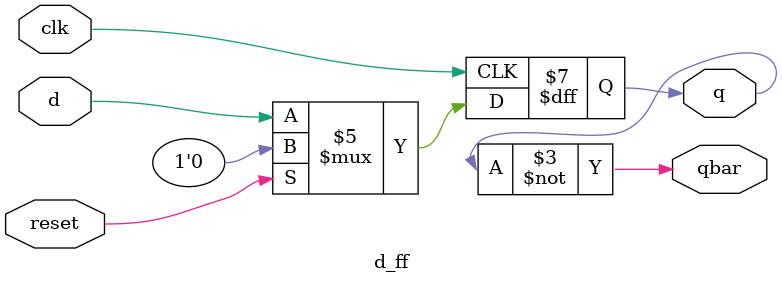
<source format=v>
module jk_using_d(input clk,reset,j,k, output q,qbar);
assign w1 = (~qbar|j)&(q|~k);
d_ff DFF(clk,reset,w1,q,qbar);
endmodule

module d_ff(input clk,reset,d,output reg q,output qbar);
always @(posedge clk) begin
if(!reset) begin
  q <= d;
end
else 
  q <= 0;
end
assign qbar = ~q;
endmodule


</source>
